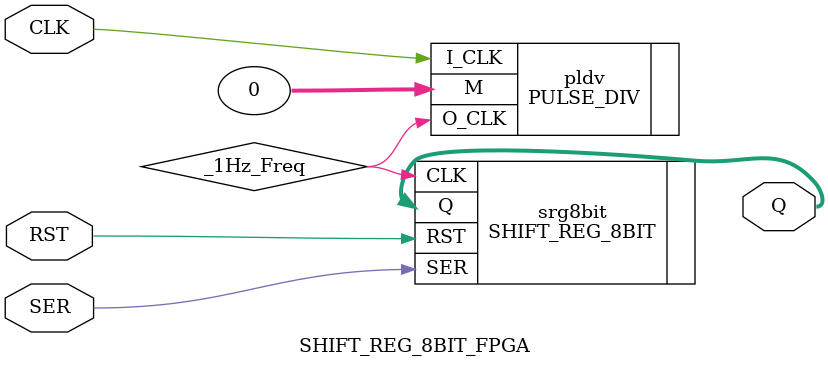
<source format=v>
`timescale 1ns/1ps
`include "SHIFT_REG_8BIT.v"
`include "PULSE_DIV.v"

module SHIFT_REG_8BIT_FPGA(
    input CLK,
    input SER,
    input RST,
    output [7:0] Q
);
    wire _1Hz_Freq;
    PULSE_DIV pldv(
        .I_CLK(CLK),
        .O_CLK(_1Hz_Freq),
        .M(0)
    );
    SHIFT_REG_8BIT srg8bit(
        .CLK(_1Hz_Freq),
        .SER(SER),
        .RST(RST),
        .Q(Q)
    );
endmodule
</source>
